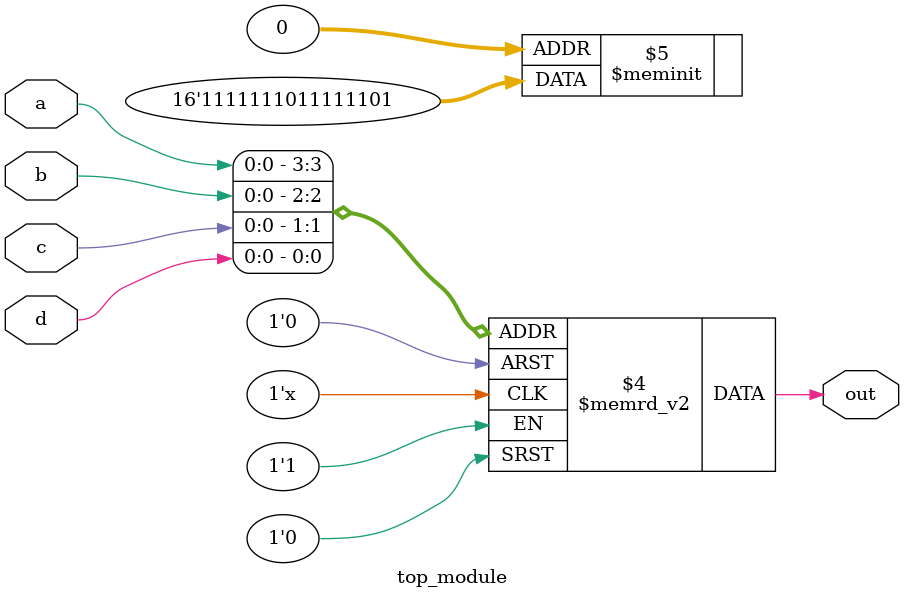
<source format=sv>
module top_module (
    input a, 
    input b,
    input c,
    input d,
    output reg out
);

always @(*)
begin
    case({a,b,c,d})
        4'b0000: out = 1'b1;
        4'b0001: out = 1'b0;
        4'b0010: out = 1'b1; // Changed output value to be 1
        4'b0011: out = 1'b1; // Changed output value to be 1
        4'b0100: out = 1'b1; // Changed output value to be 1
        4'b0101: out = 1'b1; // Changed output value to be 1
        4'b0110: out = 1'b1; // Changed output value to be 1
        4'b0111: out = 1'b1; // Changed output value to be 1
        4'b1000: out = 1'b0; // Changed output value to be 0
        4'b1001: out = 1'b1;
        4'b1010: out = 1'b1;
        4'b1011: out = 1'b1;
        4'b1100: out = 1'b1;
        4'b1101: out = 1'b1;
        4'b1110: out = 1'b1;
        default: out = 1'b1;
    endcase
end

endmodule

</source>
